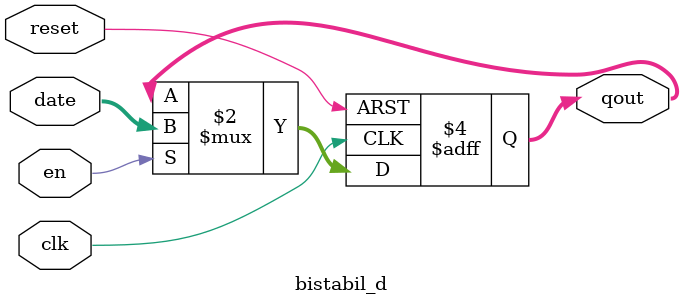
<source format=v>
`timescale 1ns / 1ps

// Descriere functonare bistabil D
// Iesirea bistabilului va avea valoarea intrarii la fiecare aparitie de front pozitiv.
// In cazul in care semnalul RESET este activ, iesirea va avea valoarea 0.
// In cazul in care semnalul EN este activ, iesirea va avea valoarea intrearii.
// In caz contrar iesirea va avea valoarea anterioara.

module bistabil_d(date, clk, reset, en, qout);

    input [3:0]date;
    input clk, reset, en;
    output reg [3:0]qout;
    
    always @(posedge clk or posedge reset) begin
        if (reset)
            qout <= 0;
        else 
            if(en)
                qout <= date;
    end
endmodule

</source>
